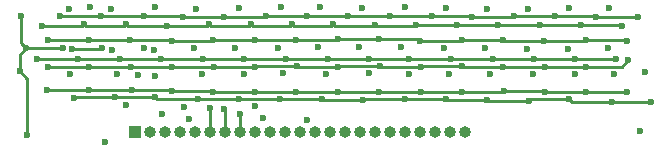
<source format=gbr>
%TF.GenerationSoftware,KiCad,Pcbnew,8.0.8-2.fc41*%
%TF.CreationDate,2025-02-01T06:38:30+00:00*%
%TF.ProjectId,small_led_a,736d616c-6c5f-46c6-9564-5f612e6b6963,rev?*%
%TF.SameCoordinates,Original*%
%TF.FileFunction,Copper,L4,Bot*%
%TF.FilePolarity,Positive*%
%FSLAX46Y46*%
G04 Gerber Fmt 4.6, Leading zero omitted, Abs format (unit mm)*
G04 Created by KiCad (PCBNEW 8.0.8-2.fc41) date 2025-02-01 06:38:30*
%MOMM*%
%LPD*%
G01*
G04 APERTURE LIST*
%TA.AperFunction,ComponentPad*%
%ADD10R,1.000000X1.000000*%
%TD*%
%TA.AperFunction,ComponentPad*%
%ADD11O,1.000000X1.000000*%
%TD*%
%TA.AperFunction,ViaPad*%
%ADD12C,0.600000*%
%TD*%
%TA.AperFunction,Conductor*%
%ADD13C,0.250000*%
%TD*%
G04 APERTURE END LIST*
D10*
%TO.P,J1,1,Pin_1*%
%TO.N,a*%
X71760000Y-63400000D03*
D11*
%TO.P,J1,2,Pin_2*%
%TO.N,b*%
X73030000Y-63400000D03*
%TO.P,J1,3,Pin_3*%
%TO.N,c*%
X74300000Y-63400000D03*
%TO.P,J1,4,Pin_4*%
%TO.N,d*%
X75570000Y-63400000D03*
%TO.P,J1,5,Pin_5*%
%TO.N,e*%
X76840000Y-63400000D03*
%TO.P,J1,6,Pin_6*%
%TO.N,f*%
X78110000Y-63400000D03*
%TO.P,J1,7,Pin_7*%
%TO.N,g*%
X79380000Y-63400000D03*
%TO.P,J1,8,Pin_8*%
%TO.N,h*%
X80650000Y-63400000D03*
%TO.P,J1,9,Pin_9*%
%TO.N,k1*%
X81920000Y-63400000D03*
%TO.P,J1,10,Pin_10*%
%TO.N,k2*%
X83190000Y-63400000D03*
%TO.P,J1,11,Pin_11*%
%TO.N,k3*%
X84460000Y-63400000D03*
%TO.P,J1,12,Pin_12*%
%TO.N,k4*%
X85730000Y-63400000D03*
%TO.P,J1,13,Pin_13*%
%TO.N,k5*%
X87000000Y-63400000D03*
%TO.P,J1,14,Pin_14*%
%TO.N,k6*%
X88270000Y-63400000D03*
%TO.P,J1,15,Pin_15*%
%TO.N,k7*%
X89540000Y-63400000D03*
%TO.P,J1,16,Pin_16*%
%TO.N,k8*%
X90810000Y-63400000D03*
%TO.P,J1,17,Pin_17*%
%TO.N,k9*%
X92080000Y-63400000D03*
%TO.P,J1,18,Pin_18*%
%TO.N,k10*%
X93350000Y-63400000D03*
%TO.P,J1,19,Pin_19*%
%TO.N,k11*%
X94620000Y-63400000D03*
%TO.P,J1,20,Pin_20*%
%TO.N,k12*%
X95890000Y-63400000D03*
%TO.P,J1,21,Pin_21*%
%TO.N,k13*%
X97160000Y-63400000D03*
%TO.P,J1,22,Pin_22*%
%TO.N,k14*%
X98430000Y-63400000D03*
%TO.P,J1,23,Pin_23*%
%TO.N,k15*%
X99700000Y-63400000D03*
%TD*%
D12*
%TO.N,a*%
X67950000Y-52800000D03*
%TO.N,b*%
X71000000Y-61050000D03*
%TO.N,k4*%
X74050000Y-61850000D03*
%TO.N,e*%
X75850000Y-61250000D03*
%TO.N,f*%
X78050000Y-61300000D03*
%TO.N,g*%
X79250000Y-61450000D03*
%TO.N,k1*%
X62600000Y-63650000D03*
%TO.N,k2*%
X82550000Y-62150000D03*
%TO.N,k5*%
X86293058Y-62306942D03*
%TO.N,k3*%
X69150000Y-64200000D03*
%TO.N,k4*%
X76300000Y-62300000D03*
X81850000Y-61200000D03*
%TO.N,k15*%
X114900000Y-58250000D03*
X114450000Y-63300000D03*
%TO.N,k4*%
X73450000Y-52800000D03*
%TO.N,k5*%
X76900000Y-52950000D03*
%TO.N,k6*%
X80500000Y-52900000D03*
%TO.N,k7*%
X84050000Y-52800000D03*
%TO.N,k8*%
X87400000Y-52800000D03*
%TO.N,k9*%
X90950000Y-52850000D03*
%TO.N,k10*%
X94550000Y-52800000D03*
%TO.N,k11*%
X98100000Y-52850000D03*
%TO.N,k12*%
X101500000Y-52984753D03*
%TO.N,k13*%
X105000000Y-52925000D03*
%TO.N,k14*%
X108500000Y-52900000D03*
%TO.N,k15*%
X111900000Y-52900000D03*
%TO.N,k5*%
X76750000Y-56275352D03*
X77400000Y-58450000D03*
%TO.N,k6*%
X80200000Y-56218660D03*
X80950000Y-58450000D03*
%TO.N,k7*%
X83850000Y-56213261D03*
X84250000Y-58399999D03*
%TO.N,k8*%
X87250000Y-56166115D03*
X87900000Y-58450000D03*
%TO.N,k9*%
X90700000Y-56200000D03*
X91550000Y-58399999D03*
%TO.N,k10*%
X94250000Y-56150000D03*
X94900000Y-58449999D03*
%TO.N,k11*%
X97850000Y-56252394D03*
X98350000Y-58424999D03*
%TO.N,k12*%
X101400000Y-56234115D03*
X101750000Y-58442500D03*
%TO.N,k13*%
X104900000Y-56313293D03*
X105400000Y-58449999D03*
%TO.N,k14*%
X108350000Y-56313293D03*
X108950000Y-58450000D03*
%TO.N,k15*%
X111750000Y-56250000D03*
X112300000Y-58450000D03*
%TO.N,k4*%
X73400000Y-58600000D03*
X73350000Y-56435000D03*
%TO.N,h*%
X80650000Y-61800000D03*
%TO.N,k3*%
X72000000Y-58501132D03*
X72450000Y-56250000D03*
X70200000Y-58449999D03*
X69750000Y-56400000D03*
X69700000Y-52925000D03*
%TO.N,k2*%
X66263866Y-58449999D03*
X66158949Y-52925000D03*
X66389216Y-56356506D03*
X68950000Y-56250000D03*
%TO.N,k1*%
X61950000Y-58200000D03*
X62100000Y-53500000D03*
X62500000Y-56250000D03*
X65600000Y-56225581D03*
%TO.N,h*%
X66550000Y-60450000D03*
X70050000Y-60425000D03*
X73450000Y-60425000D03*
X77100000Y-60525000D03*
X80500000Y-60575000D03*
X84000000Y-60575000D03*
X87600000Y-60575000D03*
X91050000Y-60625000D03*
X94550000Y-60575000D03*
X98100000Y-60575000D03*
X101500000Y-60650000D03*
X105100000Y-60700000D03*
X108500000Y-60575000D03*
X112150000Y-60800000D03*
X115450000Y-60800000D03*
%TO.N,d*%
X113400000Y-59950000D03*
X109900000Y-59950000D03*
X106400000Y-59950000D03*
X102950000Y-59900000D03*
X99450000Y-59950000D03*
X95950000Y-59950000D03*
X92400000Y-59950000D03*
X88950000Y-60000000D03*
X85400000Y-59950000D03*
X81900000Y-59950000D03*
X78350000Y-59950000D03*
X74900000Y-59900000D03*
X71450000Y-59800000D03*
X67850000Y-59800000D03*
X64250000Y-59800000D03*
%TO.N,c*%
X64366549Y-57824999D03*
X67868326Y-57825000D03*
X71372061Y-57824999D03*
X74868327Y-57825000D03*
X78386550Y-57825000D03*
X81918326Y-57825000D03*
X85437119Y-57774999D03*
X88918327Y-57825000D03*
X92448537Y-57774999D03*
X95937119Y-57824999D03*
X99452667Y-57799999D03*
X102900000Y-57817500D03*
X106448537Y-57824999D03*
X109948538Y-57825000D03*
X113450000Y-57300000D03*
%TO.N,e*%
X112450000Y-57200000D03*
X108950000Y-57200000D03*
X105500000Y-57200000D03*
X101995554Y-57192500D03*
X98450000Y-57175000D03*
X94950000Y-57200000D03*
X91500000Y-57150000D03*
X88050000Y-57200000D03*
X84500000Y-57150000D03*
X80950000Y-57200000D03*
X77450000Y-57200000D03*
X73900000Y-57200000D03*
X70450000Y-57200000D03*
X66900000Y-57200000D03*
X63400000Y-57200000D03*
%TO.N,g*%
X113382369Y-55678134D03*
X109880001Y-55599122D03*
X106383466Y-55688293D03*
X102880001Y-55599122D03*
X99380001Y-55609115D03*
X95880415Y-55627394D03*
X92380001Y-55522457D03*
X88880001Y-55526222D03*
X85380001Y-55541115D03*
X81880689Y-55588261D03*
X78351344Y-55593660D03*
X74837863Y-55650352D03*
X71330189Y-55585770D03*
X67831477Y-55600429D03*
X64331901Y-55600581D03*
%TO.N,b*%
X114280000Y-53650000D03*
X110800000Y-53600000D03*
X107300000Y-53550000D03*
X103800000Y-53550000D03*
X100280000Y-53609753D03*
X96850000Y-53550000D03*
X93300000Y-53550000D03*
X89800000Y-53550000D03*
X86280000Y-53550000D03*
X82850000Y-53550000D03*
X79300000Y-53600000D03*
X75750000Y-53600000D03*
X72450000Y-53550000D03*
X68850000Y-53550000D03*
X65400000Y-53550000D03*
%TO.N,f*%
X113000000Y-54350000D03*
X109509979Y-54304795D03*
X106000000Y-54300000D03*
X102460173Y-54322511D03*
X99000000Y-54300000D03*
X95500000Y-54300000D03*
X92021191Y-54261781D03*
X88474484Y-54246866D03*
X84996974Y-54227753D03*
X81545672Y-54258160D03*
X78016987Y-54253855D03*
X74450000Y-54400000D03*
X70941949Y-54246053D03*
X67424312Y-54246968D03*
X63850000Y-54400000D03*
%TD*%
D13*
%TO.N,f*%
X78110000Y-61360000D02*
X78050000Y-61300000D01*
X78110000Y-63400000D02*
X78110000Y-61360000D01*
%TO.N,g*%
X79380000Y-61580000D02*
X79250000Y-61450000D01*
X79380000Y-63400000D02*
X79380000Y-61580000D01*
%TO.N,k1*%
X62600000Y-63650000D02*
X62600000Y-58850000D01*
X62600000Y-58850000D02*
X61950000Y-58200000D01*
%TO.N,h*%
X80650000Y-61800000D02*
X80650000Y-63400000D01*
%TO.N,f*%
X67577344Y-54400000D02*
X67424312Y-54246968D01*
X70941949Y-54246053D02*
X71095896Y-54400000D01*
X70941949Y-54246053D02*
X70788002Y-54400000D01*
X70788002Y-54400000D02*
X67577344Y-54400000D01*
X71095896Y-54400000D02*
X74450000Y-54400000D01*
X78163132Y-54400000D02*
X81403832Y-54400000D01*
X78016987Y-54253855D02*
X78163132Y-54400000D01*
X81403832Y-54400000D02*
X81545672Y-54258160D01*
X74450000Y-54400000D02*
X77870842Y-54400000D01*
X77870842Y-54400000D02*
X78016987Y-54253855D01*
X81545672Y-54258160D02*
X81687512Y-54400000D01*
X81687512Y-54400000D02*
X84824727Y-54400000D01*
X84824727Y-54400000D02*
X84996974Y-54227753D01*
X84996974Y-54227753D02*
X85119221Y-54350000D01*
X85119221Y-54350000D02*
X88371350Y-54350000D01*
X88371350Y-54350000D02*
X88474484Y-54246866D01*
X88474484Y-54246866D02*
X88577618Y-54350000D01*
X88577618Y-54350000D02*
X91932972Y-54350000D01*
X91932972Y-54350000D02*
X92021191Y-54261781D01*
X92021191Y-54261781D02*
X92109410Y-54350000D01*
X92109410Y-54350000D02*
X95450000Y-54350000D01*
X95450000Y-54350000D02*
X95500000Y-54300000D01*
%TO.N,k2*%
X66445722Y-56300000D02*
X66389216Y-56356506D01*
X68900000Y-56300000D02*
X66445722Y-56300000D01*
X68950000Y-56250000D02*
X68900000Y-56300000D01*
%TO.N,f*%
X63850000Y-54400000D02*
X67271280Y-54400000D01*
X67271280Y-54400000D02*
X67424312Y-54246968D01*
%TO.N,k1*%
X61950000Y-56800000D02*
X62500000Y-56250000D01*
X61950000Y-58200000D02*
X61950000Y-56800000D01*
X62100000Y-53500000D02*
X62100000Y-55850000D01*
X62100000Y-55850000D02*
X62500000Y-56250000D01*
X62524419Y-56225581D02*
X62500000Y-56250000D01*
X65600000Y-56225581D02*
X62524419Y-56225581D01*
%TO.N,h*%
X66575000Y-60425000D02*
X66550000Y-60450000D01*
X70050000Y-60425000D02*
X66575000Y-60425000D01*
X73450000Y-60425000D02*
X70050000Y-60425000D01*
X73550000Y-60525000D02*
X73450000Y-60425000D01*
X77100000Y-60525000D02*
X73550000Y-60525000D01*
X77150000Y-60575000D02*
X77100000Y-60525000D01*
X80500000Y-60575000D02*
X77150000Y-60575000D01*
X84000000Y-60575000D02*
X80500000Y-60575000D01*
X87600000Y-60575000D02*
X84000000Y-60575000D01*
X87650000Y-60625000D02*
X87600000Y-60575000D01*
X91050000Y-60625000D02*
X87650000Y-60625000D01*
X91100000Y-60575000D02*
X91050000Y-60625000D01*
X94550000Y-60575000D02*
X91100000Y-60575000D01*
X98100000Y-60575000D02*
X94550000Y-60575000D01*
X98175000Y-60650000D02*
X98100000Y-60575000D01*
X101500000Y-60650000D02*
X98175000Y-60650000D01*
X101550000Y-60700000D02*
X101500000Y-60650000D01*
X105100000Y-60700000D02*
X101550000Y-60700000D01*
X105225000Y-60575000D02*
X105100000Y-60700000D01*
X108500000Y-60575000D02*
X105225000Y-60575000D01*
X108725000Y-60800000D02*
X108500000Y-60575000D01*
X112150000Y-60800000D02*
X108725000Y-60800000D01*
X115450000Y-60800000D02*
X112150000Y-60800000D01*
%TO.N,d*%
X109900000Y-59950000D02*
X113400000Y-59950000D01*
X106400000Y-59950000D02*
X109900000Y-59950000D01*
X95950000Y-59950000D02*
X99450000Y-59950000D01*
X92400000Y-59950000D02*
X95950000Y-59950000D01*
X92350000Y-60000000D02*
X92400000Y-59950000D01*
X88950000Y-60000000D02*
X92350000Y-60000000D01*
X88900000Y-59950000D02*
X88950000Y-60000000D01*
X85400000Y-59950000D02*
X88900000Y-59950000D01*
X81900000Y-59950000D02*
X85400000Y-59950000D01*
X78350000Y-59950000D02*
X81900000Y-59950000D01*
X78300000Y-59900000D02*
X78350000Y-59950000D01*
X74900000Y-59900000D02*
X78300000Y-59900000D01*
X74800000Y-59800000D02*
X74900000Y-59900000D01*
X71450000Y-59800000D02*
X74800000Y-59800000D01*
X67850000Y-59800000D02*
X71450000Y-59800000D01*
X64250000Y-59800000D02*
X67850000Y-59800000D01*
%TO.N,c*%
X64366550Y-57825000D02*
X64366549Y-57824999D01*
X67868326Y-57825000D02*
X64366550Y-57825000D01*
X67868327Y-57824999D02*
X67868326Y-57825000D01*
X71372061Y-57824999D02*
X67868327Y-57824999D01*
X71372062Y-57825000D02*
X71372061Y-57824999D01*
X74868327Y-57825000D02*
X71372062Y-57825000D01*
X78386550Y-57825000D02*
X74868327Y-57825000D01*
X81918326Y-57825000D02*
X78386550Y-57825000D01*
X81968327Y-57774999D02*
X81918326Y-57825000D01*
X85437119Y-57774999D02*
X81968327Y-57774999D01*
X85487120Y-57825000D02*
X85437119Y-57774999D01*
X88918327Y-57825000D02*
X85487120Y-57825000D01*
X88968328Y-57774999D02*
X88918327Y-57825000D01*
X92448537Y-57774999D02*
X88968328Y-57774999D01*
X92498537Y-57824999D02*
X92448537Y-57774999D01*
X95937119Y-57824999D02*
X92498537Y-57824999D01*
X95962119Y-57799999D02*
X95937119Y-57824999D01*
X99452667Y-57799999D02*
X95962119Y-57799999D01*
X99470168Y-57817500D02*
X99452667Y-57799999D01*
X102900000Y-57817500D02*
X99470168Y-57817500D01*
X102907499Y-57824999D02*
X102900000Y-57817500D01*
X106448537Y-57824999D02*
X102907499Y-57824999D01*
X106448538Y-57825000D02*
X106448537Y-57824999D01*
X109948538Y-57825000D02*
X106448538Y-57825000D01*
X113450000Y-57300000D02*
X112925000Y-57825000D01*
X112925000Y-57825000D02*
X109948538Y-57825000D01*
%TO.N,e*%
X108950000Y-57200000D02*
X112450000Y-57200000D01*
X105500000Y-57200000D02*
X108950000Y-57200000D01*
X105492500Y-57192500D02*
X105500000Y-57200000D01*
X101995554Y-57192500D02*
X105492500Y-57192500D01*
X101978054Y-57175000D02*
X101995554Y-57192500D01*
X98450000Y-57175000D02*
X101978054Y-57175000D01*
X98425000Y-57200000D02*
X98450000Y-57175000D01*
X94950000Y-57200000D02*
X98425000Y-57200000D01*
X94900000Y-57150000D02*
X94950000Y-57200000D01*
X91500000Y-57150000D02*
X94900000Y-57150000D01*
X91450000Y-57200000D02*
X91500000Y-57150000D01*
X88050000Y-57200000D02*
X91450000Y-57200000D01*
X88000000Y-57150000D02*
X88050000Y-57200000D01*
X84500000Y-57150000D02*
X88000000Y-57150000D01*
X84450000Y-57200000D02*
X84500000Y-57150000D01*
X80950000Y-57200000D02*
X84450000Y-57200000D01*
X77450000Y-57200000D02*
X80950000Y-57200000D01*
X73900000Y-57200000D02*
X77450000Y-57200000D01*
X70450000Y-57200000D02*
X73900000Y-57200000D01*
X66900000Y-57200000D02*
X70450000Y-57200000D01*
X63400000Y-57200000D02*
X66900000Y-57200000D01*
%TO.N,g*%
X113303357Y-55599122D02*
X113382369Y-55678134D01*
X109880001Y-55599122D02*
X113303357Y-55599122D01*
X109790830Y-55688293D02*
X109880001Y-55599122D01*
X106383466Y-55688293D02*
X109790830Y-55688293D01*
X103038293Y-55688293D02*
X106383466Y-55688293D01*
X102949122Y-55599122D02*
X103038293Y-55688293D01*
X102880001Y-55599122D02*
X102949122Y-55599122D01*
X102870008Y-55609115D02*
X102880001Y-55599122D01*
X99380001Y-55609115D02*
X102870008Y-55609115D01*
X99361722Y-55627394D02*
X99380001Y-55609115D01*
X95880415Y-55627394D02*
X99361722Y-55627394D01*
X95775478Y-55522457D02*
X95880415Y-55627394D01*
X92380001Y-55522457D02*
X95775478Y-55522457D01*
X92376236Y-55526222D02*
X92380001Y-55522457D01*
X88880001Y-55526222D02*
X92376236Y-55526222D01*
X88865108Y-55541115D02*
X88880001Y-55526222D01*
X85380001Y-55541115D02*
X88865108Y-55541115D01*
X85332855Y-55588261D02*
X85380001Y-55541115D01*
X81880689Y-55588261D02*
X85332855Y-55588261D01*
X81875290Y-55593660D02*
X81880689Y-55588261D01*
X78351344Y-55593660D02*
X81875290Y-55593660D01*
X78294652Y-55650352D02*
X78351344Y-55593660D01*
X74837863Y-55650352D02*
X78294652Y-55650352D01*
X74773281Y-55585770D02*
X74837863Y-55650352D01*
X71330189Y-55585770D02*
X74773281Y-55585770D01*
X71315530Y-55600429D02*
X71330189Y-55585770D01*
X67831477Y-55600429D02*
X71315530Y-55600429D01*
X67831325Y-55600581D02*
X67831477Y-55600429D01*
X64331901Y-55600581D02*
X67831325Y-55600581D01*
%TO.N,b*%
X114230000Y-53600000D02*
X114280000Y-53650000D01*
X110800000Y-53600000D02*
X114230000Y-53600000D01*
X110750000Y-53550000D02*
X110800000Y-53600000D01*
X107300000Y-53550000D02*
X110750000Y-53550000D01*
X103800000Y-53550000D02*
X107300000Y-53550000D01*
X103740247Y-53609753D02*
X103800000Y-53550000D01*
X100280000Y-53609753D02*
X103740247Y-53609753D01*
X100220247Y-53550000D02*
X100280000Y-53609753D01*
X96850000Y-53550000D02*
X100220247Y-53550000D01*
X93300000Y-53550000D02*
X96850000Y-53550000D01*
X89800000Y-53550000D02*
X93300000Y-53550000D01*
X86280000Y-53550000D02*
X89800000Y-53550000D01*
X82850000Y-53550000D02*
X86280000Y-53550000D01*
X82800000Y-53600000D02*
X82850000Y-53550000D01*
X79300000Y-53600000D02*
X82800000Y-53600000D01*
X75750000Y-53600000D02*
X79300000Y-53600000D01*
X75700000Y-53550000D02*
X75750000Y-53600000D01*
X72450000Y-53550000D02*
X75700000Y-53550000D01*
X68850000Y-53550000D02*
X72450000Y-53550000D01*
X65400000Y-53550000D02*
X68850000Y-53550000D01*
%TO.N,f*%
X112954795Y-54304795D02*
X113000000Y-54350000D01*
X109509979Y-54304795D02*
X112954795Y-54304795D01*
X109505184Y-54300000D02*
X109509979Y-54304795D01*
X106000000Y-54300000D02*
X109505184Y-54300000D01*
X105977489Y-54322511D02*
X106000000Y-54300000D01*
X102460173Y-54322511D02*
X105977489Y-54322511D01*
X102437662Y-54300000D02*
X102460173Y-54322511D01*
X99000000Y-54300000D02*
X102437662Y-54300000D01*
X95500000Y-54300000D02*
X99000000Y-54300000D01*
%TO.N,d*%
X102950000Y-59900000D02*
X106350000Y-59900000D01*
X106350000Y-59900000D02*
X106400000Y-59950000D01*
X102900000Y-59950000D02*
X102950000Y-59900000D01*
X99450000Y-59950000D02*
X102900000Y-59950000D01*
%TD*%
M02*

</source>
